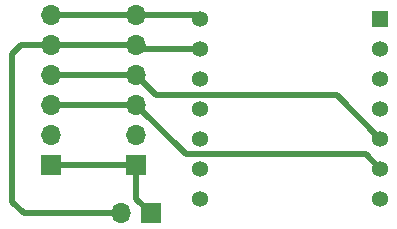
<source format=gbr>
%TF.GenerationSoftware,KiCad,Pcbnew,8.0.4-8.0.4-0~ubuntu22.04.1*%
%TF.CreationDate,2024-07-26T18:01:13+09:00*%
%TF.ProjectId,ESP32C3XIAO_mother,45535033-3243-4335-9849-414f5f6d6f74,rev?*%
%TF.SameCoordinates,Original*%
%TF.FileFunction,Copper,L2,Bot*%
%TF.FilePolarity,Positive*%
%FSLAX46Y46*%
G04 Gerber Fmt 4.6, Leading zero omitted, Abs format (unit mm)*
G04 Created by KiCad (PCBNEW 8.0.4-8.0.4-0~ubuntu22.04.1) date 2024-07-26 18:01:13*
%MOMM*%
%LPD*%
G01*
G04 APERTURE LIST*
%TA.AperFunction,ComponentPad*%
%ADD10R,1.358000X1.358000*%
%TD*%
%TA.AperFunction,ComponentPad*%
%ADD11C,1.358000*%
%TD*%
%TA.AperFunction,ComponentPad*%
%ADD12O,1.700000X1.700000*%
%TD*%
%TA.AperFunction,ComponentPad*%
%ADD13R,1.700000X1.700000*%
%TD*%
%TA.AperFunction,Conductor*%
%ADD14C,0.500000*%
%TD*%
G04 APERTURE END LIST*
D10*
%TO.P,U1,1,D0*%
%TO.N,unconnected-(U1-D0-Pad1)*%
X146635000Y-72991000D03*
D11*
%TO.P,U1,2,D1*%
%TO.N,unconnected-(U1-D1-Pad2)*%
X146635000Y-75531000D03*
%TO.P,U1,3,D2*%
%TO.N,unconnected-(U1-D2-Pad3)*%
X146635000Y-78071000D03*
%TO.P,U1,4,D3*%
%TO.N,unconnected-(U1-D3-Pad4)*%
X146635000Y-80611000D03*
%TO.P,U1,5,D4*%
%TO.N,SDA*%
X146635000Y-83151000D03*
%TO.P,U1,6,D5*%
%TO.N,SCL*%
X146635000Y-85691000D03*
%TO.P,U1,7,TX_D6*%
%TO.N,unconnected-(U1-TX_D6-Pad7)*%
X146635000Y-88231000D03*
%TO.P,U1,8,RX_D7*%
%TO.N,unconnected-(U1-RX_D7-Pad8)*%
X131395000Y-88231000D03*
%TO.P,U1,9,D8*%
%TO.N,unconnected-(U1-D8-Pad9)*%
X131395000Y-85691000D03*
%TO.P,U1,10,D9*%
%TO.N,unconnected-(U1-D9-Pad10)*%
X131395000Y-83151000D03*
%TO.P,U1,11,D10*%
%TO.N,unconnected-(U1-D10-Pad11)*%
X131395000Y-80611000D03*
%TO.P,U1,12,VCC_3V3*%
%TO.N,unconnected-(U1-VCC_3V3-Pad12)*%
X131395000Y-78071000D03*
%TO.P,U1,13,GND*%
%TO.N,GND*%
X131395000Y-75531000D03*
%TO.P,U1,14,VUSB*%
%TO.N,+3V3*%
X131395000Y-72991000D03*
%TD*%
D12*
%TO.P,J3,6,Pin_6*%
%TO.N,+3V3*%
X118750000Y-72710000D03*
%TO.P,J3,5,Pin_5*%
%TO.N,GND*%
X118750000Y-75250000D03*
%TO.P,J3,4,Pin_4*%
%TO.N,SDA*%
X118750000Y-77790000D03*
%TO.P,J3,3,Pin_3*%
%TO.N,SCL*%
X118750000Y-80330000D03*
%TO.P,J3,2,Pin_2*%
%TO.N,unconnected-(J3-Pin_2-Pad2)*%
X118750000Y-82870000D03*
D13*
%TO.P,J3,1,Pin_1*%
%TO.N,+5V*%
X118750000Y-85410000D03*
%TD*%
%TO.P,J2,1,Pin_1*%
%TO.N,+5V*%
X126000000Y-85410000D03*
D12*
%TO.P,J2,2,Pin_2*%
%TO.N,unconnected-(J2-Pin_2-Pad2)*%
X126000000Y-82870000D03*
%TO.P,J2,3,Pin_3*%
%TO.N,SCL*%
X126000000Y-80330000D03*
%TO.P,J2,4,Pin_4*%
%TO.N,SDA*%
X126000000Y-77790000D03*
%TO.P,J2,5,Pin_5*%
%TO.N,GND*%
X126000000Y-75250000D03*
%TO.P,J2,6,Pin_6*%
%TO.N,+3V3*%
X126000000Y-72710000D03*
%TD*%
D13*
%TO.P,J1,1,Pin_1*%
%TO.N,+5V*%
X127250000Y-89500000D03*
D12*
%TO.P,J1,2,Pin_2*%
%TO.N,GND*%
X124710000Y-89500000D03*
%TD*%
D14*
%TO.N,SCL*%
X126000000Y-80330000D02*
X130170000Y-84500000D01*
X130170000Y-84500000D02*
X145444000Y-84500000D01*
X145444000Y-84500000D02*
X146635000Y-85691000D01*
%TO.N,SDA*%
X146635000Y-83151000D02*
X142966000Y-79482000D01*
X142966000Y-79482000D02*
X127692000Y-79482000D01*
X127692000Y-79482000D02*
X126000000Y-77790000D01*
%TO.N,GND*%
X118750000Y-75250000D02*
X116250000Y-75250000D01*
X116250000Y-75250000D02*
X115500000Y-76000000D01*
X115500000Y-76000000D02*
X115500000Y-88500000D01*
X115500000Y-88500000D02*
X116500000Y-89500000D01*
X116500000Y-89500000D02*
X124710000Y-89500000D01*
%TO.N,+5V*%
X126000000Y-85410000D02*
X126000000Y-88250000D01*
X126000000Y-88250000D02*
X127250000Y-89500000D01*
X118750000Y-85410000D02*
X126000000Y-85410000D01*
%TO.N,SCL*%
X126000000Y-80330000D02*
X118750000Y-80330000D01*
%TO.N,SDA*%
X118750000Y-77790000D02*
X126000000Y-77790000D01*
%TO.N,GND*%
X118750000Y-75250000D02*
X126000000Y-75250000D01*
X131395000Y-75531000D02*
X126281000Y-75531000D01*
X126281000Y-75531000D02*
X126000000Y-75250000D01*
%TO.N,+3V3*%
X126000000Y-72710000D02*
X131114000Y-72710000D01*
X131114000Y-72710000D02*
X131395000Y-72991000D01*
X118750000Y-72710000D02*
X126000000Y-72710000D01*
%TD*%
M02*

</source>
